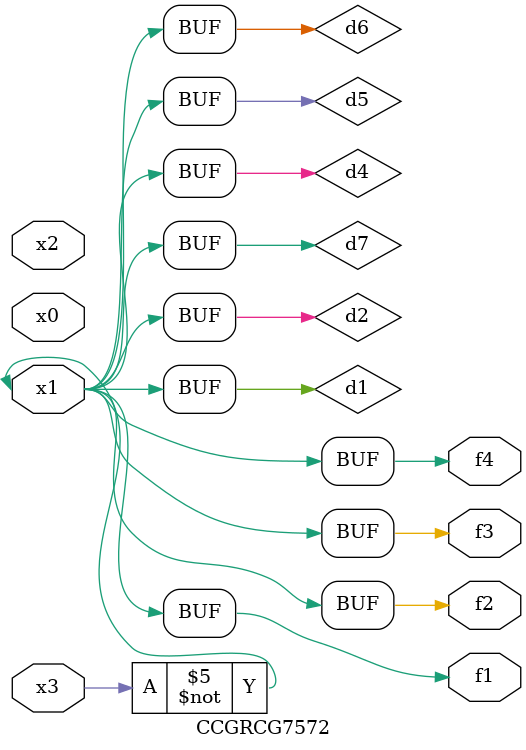
<source format=v>
module CCGRCG7572(
	input x0, x1, x2, x3,
	output f1, f2, f3, f4
);

	wire d1, d2, d3, d4, d5, d6, d7;

	not (d1, x3);
	buf (d2, x1);
	xnor (d3, d1, d2);
	nor (d4, d1);
	buf (d5, d1, d2);
	buf (d6, d4, d5);
	nand (d7, d4);
	assign f1 = d6;
	assign f2 = d7;
	assign f3 = d6;
	assign f4 = d6;
endmodule

</source>
